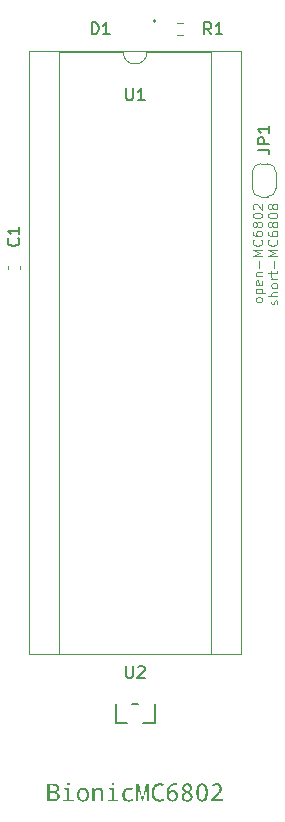
<source format=gbr>
G04 #@! TF.GenerationSoftware,KiCad,Pcbnew,8.0.4+dfsg-1*
G04 #@! TF.CreationDate,2024-12-10T16:40:34+09:00*
G04 #@! TF.ProjectId,bionic-mc6802,62696f6e-6963-42d6-9d63-363830322e6b,5*
G04 #@! TF.SameCoordinates,Original*
G04 #@! TF.FileFunction,Legend,Top*
G04 #@! TF.FilePolarity,Positive*
%FSLAX46Y46*%
G04 Gerber Fmt 4.6, Leading zero omitted, Abs format (unit mm)*
G04 Created by KiCad (PCBNEW 8.0.4+dfsg-1) date 2024-12-10 16:40:34*
%MOMM*%
%LPD*%
G01*
G04 APERTURE LIST*
%ADD10C,0.150000*%
%ADD11C,0.100000*%
%ADD12C,0.120000*%
%ADD13C,0.152400*%
G04 APERTURE END LIST*
D10*
G36*
X106815392Y-135672063D02*
G01*
X106892198Y-135678637D01*
X106974376Y-135692311D01*
X107045659Y-135712297D01*
X107115049Y-135743590D01*
X107140248Y-135759631D01*
X107196027Y-135811219D01*
X107235869Y-135876592D01*
X107259774Y-135955750D01*
X107267618Y-136036321D01*
X107267743Y-136048692D01*
X107259836Y-136126373D01*
X107232873Y-136201904D01*
X107186776Y-136267045D01*
X107130591Y-136314622D01*
X107063243Y-136348819D01*
X106984732Y-136369634D01*
X106967690Y-136372192D01*
X106967690Y-136382450D01*
X107047890Y-136400127D01*
X107117396Y-136425315D01*
X107189241Y-136467361D01*
X107244378Y-136521142D01*
X107282807Y-136586658D01*
X107304528Y-136663909D01*
X107309874Y-136734160D01*
X107305251Y-136807481D01*
X107288168Y-136885274D01*
X107258498Y-136954722D01*
X107216240Y-137015826D01*
X107178350Y-137054362D01*
X107116392Y-137099615D01*
X107045284Y-137133753D01*
X106965024Y-137156776D01*
X106888946Y-137167664D01*
X106820412Y-137170500D01*
X106277460Y-137170500D01*
X106277460Y-137006735D01*
X106470168Y-137006735D01*
X106786340Y-137006735D01*
X106861473Y-137002355D01*
X106941302Y-136984565D01*
X107016436Y-136945152D01*
X107069029Y-136886033D01*
X107099082Y-136807207D01*
X107106909Y-136726466D01*
X107098760Y-136651635D01*
X107067470Y-136578580D01*
X107012713Y-136523788D01*
X106934489Y-136487261D01*
X106851375Y-136470772D01*
X106773151Y-136466714D01*
X106470168Y-136466714D01*
X106470168Y-137006735D01*
X106277460Y-137006735D01*
X106277460Y-136302949D01*
X106470168Y-136302949D01*
X106762526Y-136302949D01*
X106837494Y-136299446D01*
X106915875Y-136285213D01*
X106987454Y-136253683D01*
X106996999Y-136246895D01*
X107044678Y-136189259D01*
X107067115Y-136114589D01*
X107070639Y-136061515D01*
X107061331Y-135985822D01*
X107026331Y-135917465D01*
X106991870Y-135886759D01*
X106919811Y-135854387D01*
X106839926Y-135838824D01*
X106763036Y-135833844D01*
X106742010Y-135833636D01*
X106470168Y-135833636D01*
X106470168Y-136302949D01*
X106277460Y-136302949D01*
X106277460Y-135669871D01*
X106731019Y-135669871D01*
X106815392Y-135672063D01*
G37*
G36*
X108050663Y-135576082D02*
G01*
X108125295Y-135598452D01*
X108158134Y-135665561D01*
X108159840Y-135692952D01*
X108141498Y-135765080D01*
X108127233Y-135781613D01*
X108058869Y-135810301D01*
X108050663Y-135810555D01*
X107979264Y-135791146D01*
X107943080Y-135726832D01*
X107940387Y-135692952D01*
X107958587Y-135617284D01*
X108024817Y-135577908D01*
X108050663Y-135576082D01*
G37*
G36*
X107956141Y-136192307D02*
G01*
X107678803Y-136170691D01*
X107678803Y-136045028D01*
X108143353Y-136045028D01*
X108143353Y-137023221D01*
X108506054Y-137043737D01*
X108506054Y-137170500D01*
X107601500Y-137170500D01*
X107601500Y-137043737D01*
X107956141Y-137023221D01*
X107956141Y-136192307D01*
G37*
G36*
X109375096Y-136027197D02*
G01*
X109450736Y-136044044D01*
X109520657Y-136072122D01*
X109584859Y-136111432D01*
X109643343Y-136161973D01*
X109661567Y-136181316D01*
X109710249Y-136244900D01*
X109748859Y-136315852D01*
X109777396Y-136394171D01*
X109795862Y-136479857D01*
X109803556Y-136556890D01*
X109804815Y-136605566D01*
X109801363Y-136688148D01*
X109791005Y-136765077D01*
X109773742Y-136836354D01*
X109743912Y-136914424D01*
X109704139Y-136984354D01*
X109663399Y-137036410D01*
X109607207Y-137089948D01*
X109544422Y-137132409D01*
X109475041Y-137163793D01*
X109399067Y-137184101D01*
X109316497Y-137193331D01*
X109287509Y-137193947D01*
X109206747Y-137188318D01*
X109131523Y-137171433D01*
X109061838Y-137143290D01*
X108997692Y-137103890D01*
X108939083Y-137053233D01*
X108920778Y-137033846D01*
X108871972Y-136969896D01*
X108833263Y-136898400D01*
X108804652Y-136819355D01*
X108788523Y-136747719D01*
X108779407Y-136670842D01*
X108777163Y-136605566D01*
X108970970Y-136605566D01*
X108973788Y-136682890D01*
X108986310Y-136774157D01*
X109008850Y-136851904D01*
X109051112Y-136930073D01*
X109109027Y-136987115D01*
X109182595Y-137023031D01*
X109271816Y-137037819D01*
X109291539Y-137038242D01*
X109366414Y-137031481D01*
X109445970Y-137004017D01*
X109509926Y-136955425D01*
X109558283Y-136885707D01*
X109585738Y-136814721D01*
X109603209Y-136730214D01*
X109610696Y-136632186D01*
X109611008Y-136605566D01*
X109608181Y-136529028D01*
X109595616Y-136438687D01*
X109572999Y-136361731D01*
X109530591Y-136284356D01*
X109472478Y-136227893D01*
X109398657Y-136192343D01*
X109309131Y-136177704D01*
X109289341Y-136177286D01*
X109214722Y-136183978D01*
X109135441Y-136211164D01*
X109071704Y-136259261D01*
X109023514Y-136328271D01*
X108996154Y-136398536D01*
X108978743Y-136482184D01*
X108971281Y-136579217D01*
X108970970Y-136605566D01*
X108777163Y-136605566D01*
X108780571Y-136523749D01*
X108790795Y-136447514D01*
X108812060Y-136363399D01*
X108843139Y-136287321D01*
X108884033Y-136219280D01*
X108916748Y-136178385D01*
X108972531Y-136125096D01*
X109035193Y-136082833D01*
X109104732Y-136051594D01*
X109181149Y-136031381D01*
X109264444Y-136022194D01*
X109293737Y-136021581D01*
X109375096Y-136027197D01*
G37*
G36*
X110833200Y-137170500D02*
G01*
X110833200Y-136444366D01*
X110827216Y-136367424D01*
X110804238Y-136292308D01*
X110755649Y-136228407D01*
X110683604Y-136190066D01*
X110603181Y-136177547D01*
X110588102Y-136177286D01*
X110513913Y-136183674D01*
X110435088Y-136209628D01*
X110371718Y-136255545D01*
X110323804Y-136321426D01*
X110291347Y-136407271D01*
X110276509Y-136490321D01*
X110271563Y-136586148D01*
X110271563Y-137170500D01*
X110083985Y-137170500D01*
X110083985Y-136045028D01*
X110235293Y-136045028D01*
X110263137Y-136194871D01*
X110273395Y-136194871D01*
X110317951Y-136135980D01*
X110381850Y-136082673D01*
X110458581Y-136045950D01*
X110534564Y-136027673D01*
X110619976Y-136021581D01*
X110713914Y-136028021D01*
X110795327Y-136047341D01*
X110864215Y-136079541D01*
X110932711Y-136137904D01*
X110973418Y-136199084D01*
X111001599Y-136273144D01*
X111017255Y-136360083D01*
X111020778Y-136433741D01*
X111020778Y-137170500D01*
X110833200Y-137170500D01*
G37*
G36*
X111831542Y-135576082D02*
G01*
X111906175Y-135598452D01*
X111939013Y-135665561D01*
X111940719Y-135692952D01*
X111922378Y-135765080D01*
X111908112Y-135781613D01*
X111839748Y-135810301D01*
X111831542Y-135810555D01*
X111760143Y-135791146D01*
X111723959Y-135726832D01*
X111721267Y-135692952D01*
X111739466Y-135617284D01*
X111805696Y-135577908D01*
X111831542Y-135576082D01*
G37*
G36*
X111737020Y-136192307D02*
G01*
X111459683Y-136170691D01*
X111459683Y-136045028D01*
X111924232Y-136045028D01*
X111924232Y-137023221D01*
X112286933Y-137043737D01*
X112286933Y-137170500D01*
X111382380Y-137170500D01*
X111382380Y-137043737D01*
X111737020Y-137023221D01*
X111737020Y-136192307D01*
G37*
G36*
X113532938Y-136082398D02*
G01*
X113469191Y-136245063D01*
X113393948Y-136218937D01*
X113322828Y-136200275D01*
X113247744Y-136188204D01*
X113192952Y-136185346D01*
X113103393Y-136192004D01*
X113025775Y-136211976D01*
X112960099Y-136245264D01*
X112894795Y-136305598D01*
X112855987Y-136368844D01*
X112829119Y-136445406D01*
X112814192Y-136535282D01*
X112810834Y-136611428D01*
X112814102Y-136686264D01*
X112828628Y-136774595D01*
X112854774Y-136849840D01*
X112903799Y-136925493D01*
X112970981Y-136980700D01*
X113056319Y-137015460D01*
X113137664Y-137028546D01*
X113182694Y-137030182D01*
X113264095Y-137026198D01*
X113346367Y-137014245D01*
X113419068Y-136997250D01*
X113492436Y-136974154D01*
X113513521Y-136966435D01*
X113513521Y-137131299D01*
X113440545Y-137158707D01*
X113359739Y-137178285D01*
X113282610Y-137188991D01*
X113199485Y-137193702D01*
X113174634Y-137193947D01*
X113094747Y-137190289D01*
X113020639Y-137179314D01*
X112939336Y-137156486D01*
X112866354Y-137123123D01*
X112801692Y-137079223D01*
X112763207Y-137044104D01*
X112713528Y-136983327D01*
X112674129Y-136913380D01*
X112645007Y-136834263D01*
X112628590Y-136761326D01*
X112619311Y-136682021D01*
X112617027Y-136613992D01*
X112620677Y-136526918D01*
X112631625Y-136446588D01*
X112649871Y-136373002D01*
X112681401Y-136293601D01*
X112723442Y-136223912D01*
X112766504Y-136173256D01*
X112826821Y-136121710D01*
X112895664Y-136080829D01*
X112973035Y-136050613D01*
X113058931Y-136031061D01*
X113137025Y-136022914D01*
X113186724Y-136021581D01*
X113266027Y-136024491D01*
X113343332Y-136033222D01*
X113418638Y-136047773D01*
X113491945Y-136068144D01*
X113532938Y-136082398D01*
G37*
G36*
X114248081Y-137170500D02*
G01*
X113961951Y-135857450D01*
X113953524Y-135851588D01*
X113958907Y-135934059D01*
X113963377Y-136010198D01*
X113967538Y-136093205D01*
X113970384Y-136167094D01*
X113972044Y-136241771D01*
X113972209Y-136269976D01*
X113972209Y-137170500D01*
X113816504Y-137170500D01*
X113816504Y-135669871D01*
X114071127Y-135669871D01*
X114326483Y-136892429D01*
X114332711Y-136892429D01*
X114590265Y-135669871D01*
X114850017Y-135669871D01*
X114850017Y-137170500D01*
X114692114Y-137170500D01*
X114692114Y-136256787D01*
X114693274Y-136182399D01*
X114695778Y-136103464D01*
X114699041Y-136021126D01*
X114702547Y-135942161D01*
X114706769Y-135853786D01*
X114698709Y-135853786D01*
X114407083Y-137170500D01*
X114248081Y-137170500D01*
G37*
G36*
X116118371Y-136965336D02*
G01*
X116118371Y-137132764D01*
X116038847Y-137159531D01*
X115962313Y-137176679D01*
X115879294Y-137187972D01*
X115802971Y-137192991D01*
X115749442Y-137193947D01*
X115672185Y-137190793D01*
X115582182Y-137177979D01*
X115499478Y-137155308D01*
X115424073Y-137122781D01*
X115355967Y-137080397D01*
X115295159Y-137028156D01*
X115262177Y-136992080D01*
X115213521Y-136924855D01*
X115173112Y-136849348D01*
X115140950Y-136765559D01*
X115121157Y-136692563D01*
X115106643Y-136614267D01*
X115097407Y-136530670D01*
X115093448Y-136441773D01*
X115093283Y-136418720D01*
X115096163Y-136331926D01*
X115104801Y-136249780D01*
X115119198Y-136172283D01*
X115139354Y-136099434D01*
X115172647Y-136014909D01*
X115214938Y-135937647D01*
X115266227Y-135867647D01*
X115277565Y-135854519D01*
X115338559Y-135794570D01*
X115406136Y-135744781D01*
X115480296Y-135705154D01*
X115561039Y-135675687D01*
X115648365Y-135656382D01*
X115722966Y-135648253D01*
X115781682Y-135646424D01*
X115864650Y-135649541D01*
X115943472Y-135658892D01*
X116018146Y-135674477D01*
X116088672Y-135696295D01*
X116165711Y-135729630D01*
X116176256Y-135735084D01*
X116096022Y-135895918D01*
X116026634Y-135864512D01*
X115947763Y-135838066D01*
X115869350Y-135821694D01*
X115791394Y-135815397D01*
X115781682Y-135815318D01*
X115701719Y-135821050D01*
X115628066Y-135838244D01*
X115550116Y-135872793D01*
X115480755Y-135922945D01*
X115428140Y-135978350D01*
X115383318Y-136043557D01*
X115347769Y-136116905D01*
X115321494Y-136198392D01*
X115306682Y-136272516D01*
X115298310Y-136352294D01*
X115296249Y-136420185D01*
X115299263Y-136509038D01*
X115308306Y-136591039D01*
X115323378Y-136666188D01*
X115349421Y-136747323D01*
X115384145Y-136818593D01*
X115419714Y-136870447D01*
X115479342Y-136930689D01*
X115549875Y-136976135D01*
X115619010Y-137003311D01*
X115696157Y-137019618D01*
X115781315Y-137025053D01*
X115862189Y-137020329D01*
X115943224Y-137008199D01*
X116021192Y-136991462D01*
X116093269Y-136972567D01*
X116118371Y-136965336D01*
G37*
G36*
X117112832Y-135649155D02*
G01*
X117187344Y-135659243D01*
X117214899Y-135665841D01*
X117214899Y-135825576D01*
X117140812Y-135811639D01*
X117061932Y-135806330D01*
X117043807Y-135806159D01*
X116961285Y-135811234D01*
X116886825Y-135826458D01*
X116810147Y-135857047D01*
X116744443Y-135901451D01*
X116696860Y-135950506D01*
X116651259Y-136021598D01*
X116620210Y-136095426D01*
X116600002Y-136166040D01*
X116584947Y-136244920D01*
X116575044Y-136332063D01*
X116570830Y-136407729D01*
X116583287Y-136407729D01*
X116631851Y-136339493D01*
X116691950Y-136288017D01*
X116763584Y-136253300D01*
X116846754Y-136235343D01*
X116899459Y-136232607D01*
X116983140Y-136238462D01*
X117058511Y-136256029D01*
X117134475Y-136290444D01*
X117199585Y-136340155D01*
X117214166Y-136354973D01*
X117264015Y-136421743D01*
X117295949Y-136489332D01*
X117316979Y-136565478D01*
X117327104Y-136650178D01*
X117328105Y-136689097D01*
X117323739Y-136773534D01*
X117310640Y-136850990D01*
X117288809Y-136921465D01*
X117252301Y-136994863D01*
X117203908Y-137058758D01*
X117145504Y-137111434D01*
X117078966Y-137151172D01*
X117004294Y-137177972D01*
X116921487Y-137191834D01*
X116870516Y-137193947D01*
X116789506Y-137187855D01*
X116714909Y-137169578D01*
X116646727Y-137139117D01*
X116584958Y-137096471D01*
X116529604Y-137041641D01*
X116512579Y-137020657D01*
X116467258Y-136950486D01*
X116431314Y-136870218D01*
X116408524Y-136795614D01*
X116392245Y-136713998D01*
X116385423Y-136652094D01*
X116566800Y-136652094D01*
X116571998Y-136727290D01*
X116590272Y-136805536D01*
X116621702Y-136877059D01*
X116649965Y-136921005D01*
X116701038Y-136975729D01*
X116767370Y-137015528D01*
X116843791Y-137033217D01*
X116868685Y-137034212D01*
X116944848Y-137025411D01*
X117015736Y-136995398D01*
X117073116Y-136944086D01*
X117111949Y-136880352D01*
X117134602Y-136810327D01*
X117145604Y-136728304D01*
X117146755Y-136687998D01*
X117141162Y-136609955D01*
X117121828Y-136535952D01*
X117084609Y-136470004D01*
X117076047Y-136459753D01*
X117014790Y-136411084D01*
X116943702Y-136386203D01*
X116874913Y-136379885D01*
X116797282Y-136388007D01*
X116727881Y-136412372D01*
X116666708Y-136452979D01*
X116655461Y-136463050D01*
X116604983Y-136522745D01*
X116573814Y-136594186D01*
X116566800Y-136652094D01*
X116385423Y-136652094D01*
X116382478Y-136625370D01*
X116379352Y-136549418D01*
X116379222Y-136529728D01*
X116381794Y-136422766D01*
X116389509Y-136322704D01*
X116402367Y-136229543D01*
X116420369Y-136143283D01*
X116443515Y-136063923D01*
X116471803Y-135991465D01*
X116505236Y-135925907D01*
X116565028Y-135840510D01*
X116636393Y-135770639D01*
X116719330Y-135716295D01*
X116813840Y-135677478D01*
X116919923Y-135654188D01*
X116997074Y-135647287D01*
X117037579Y-135646424D01*
X117112832Y-135649155D01*
G37*
G36*
X118193147Y-135651087D02*
G01*
X118265760Y-135665077D01*
X118340247Y-135692486D01*
X118405666Y-135732076D01*
X118420604Y-135743877D01*
X118472055Y-135796885D01*
X118512366Y-135866756D01*
X118532579Y-135937962D01*
X118538207Y-136007293D01*
X118528714Y-136092000D01*
X118500236Y-136169443D01*
X118452774Y-136239622D01*
X118398719Y-136292555D01*
X118331480Y-136340444D01*
X118268196Y-136375123D01*
X118342814Y-136417518D01*
X118407483Y-136462272D01*
X118474329Y-136521530D01*
X118525629Y-136584474D01*
X118561383Y-136651103D01*
X118583769Y-136735922D01*
X118586567Y-136780322D01*
X118580343Y-136858560D01*
X118561673Y-136929787D01*
X118525093Y-137002602D01*
X118472257Y-137066257D01*
X118456507Y-137080740D01*
X118395770Y-137124851D01*
X118327038Y-137158128D01*
X118250312Y-137180570D01*
X118165591Y-137192178D01*
X118113590Y-137193947D01*
X118033623Y-137190199D01*
X117960507Y-137178955D01*
X117883866Y-137156362D01*
X117816552Y-137123566D01*
X117766277Y-137087335D01*
X117711780Y-137028556D01*
X117672854Y-136959199D01*
X117649498Y-136879263D01*
X117641835Y-136800641D01*
X117641713Y-136788748D01*
X117641778Y-136788015D01*
X117824895Y-136788015D01*
X117834890Y-136871684D01*
X117871816Y-136947418D01*
X117935950Y-136999591D01*
X118012577Y-137025557D01*
X118091703Y-137033972D01*
X118109194Y-137034212D01*
X118183080Y-137028909D01*
X118259690Y-137008023D01*
X118326082Y-136967167D01*
X118372965Y-136909242D01*
X118398210Y-136836581D01*
X118403018Y-136779955D01*
X118390606Y-136703239D01*
X118353370Y-136634657D01*
X118338172Y-136616557D01*
X118282854Y-136566922D01*
X118221622Y-136525538D01*
X118155127Y-136488169D01*
X118117620Y-136469278D01*
X118086846Y-136454990D01*
X118011382Y-136495868D01*
X117948708Y-136540878D01*
X117890383Y-136600345D01*
X117850476Y-136665763D01*
X117828988Y-136737131D01*
X117824895Y-136788015D01*
X117641778Y-136788015D01*
X117648806Y-136709014D01*
X117670085Y-136635362D01*
X117705550Y-136567792D01*
X117755200Y-136506304D01*
X117819037Y-136450899D01*
X117897059Y-136401575D01*
X117932240Y-136383549D01*
X117862475Y-136334800D01*
X117804535Y-136282205D01*
X117750615Y-136214014D01*
X117713722Y-136140285D01*
X117693857Y-136061017D01*
X117690841Y-136016452D01*
X117873622Y-136016452D01*
X117883369Y-136091265D01*
X117915446Y-136159593D01*
X117924546Y-136171790D01*
X117980676Y-136223409D01*
X118043931Y-136263279D01*
X118115789Y-136299285D01*
X118184604Y-136264753D01*
X118251786Y-136218591D01*
X118308937Y-136158224D01*
X118343228Y-136090844D01*
X118354658Y-136016452D01*
X118343956Y-135941146D01*
X118305010Y-135874240D01*
X118289812Y-135860015D01*
X118223744Y-135823199D01*
X118145694Y-135807474D01*
X118111392Y-135806159D01*
X118035795Y-135813732D01*
X117963487Y-135841712D01*
X117937736Y-135860015D01*
X117891716Y-135921211D01*
X117874185Y-135997646D01*
X117873622Y-136016452D01*
X117690841Y-136016452D01*
X117690073Y-136005095D01*
X117697561Y-135926922D01*
X117723884Y-135849159D01*
X117769161Y-135782176D01*
X117809874Y-135743511D01*
X117873919Y-135701035D01*
X117945887Y-135670696D01*
X118025777Y-135652492D01*
X118102181Y-135646519D01*
X118113590Y-135646424D01*
X118193147Y-135651087D01*
G37*
G36*
X119457153Y-135653418D02*
G01*
X119534403Y-135674399D01*
X119603435Y-135709369D01*
X119664250Y-135758326D01*
X119716848Y-135821270D01*
X119732554Y-135845360D01*
X119767806Y-135911839D01*
X119797083Y-135986940D01*
X119820385Y-136070663D01*
X119834725Y-136143850D01*
X119845240Y-136222556D01*
X119851932Y-136306779D01*
X119854800Y-136396521D01*
X119854920Y-136419819D01*
X119853032Y-136513561D01*
X119847369Y-136601255D01*
X119837931Y-136682902D01*
X119824718Y-136758500D01*
X119797819Y-136860558D01*
X119762426Y-136949008D01*
X119718538Y-137023850D01*
X119666156Y-137085085D01*
X119605280Y-137132712D01*
X119535910Y-137166731D01*
X119458045Y-137187143D01*
X119371685Y-137193947D01*
X119287227Y-137186953D01*
X119210806Y-137165971D01*
X119142421Y-137131002D01*
X119082074Y-137082045D01*
X119029764Y-137019101D01*
X119014114Y-136995011D01*
X118979073Y-136928514D01*
X118949971Y-136853360D01*
X118926809Y-136769547D01*
X118912555Y-136696262D01*
X118902102Y-136617437D01*
X118895450Y-136533070D01*
X118892600Y-136443162D01*
X118892481Y-136419819D01*
X118892496Y-136419086D01*
X119083357Y-136419086D01*
X119084444Y-136498015D01*
X119087707Y-136571219D01*
X119094845Y-136654674D01*
X119105381Y-136729185D01*
X119122512Y-136806791D01*
X119148683Y-136881053D01*
X119152966Y-136890231D01*
X119192739Y-136953223D01*
X119249363Y-137002576D01*
X119318564Y-137029150D01*
X119371685Y-137034212D01*
X119450627Y-137022794D01*
X119516817Y-136988540D01*
X119570256Y-136931449D01*
X119594435Y-136889864D01*
X119622129Y-136817874D01*
X119640453Y-136742355D01*
X119651905Y-136669681D01*
X119659887Y-136588152D01*
X119664399Y-136497769D01*
X119665509Y-136419086D01*
X119664399Y-136340925D01*
X119659887Y-136251112D01*
X119651905Y-136170065D01*
X119637746Y-136084378D01*
X119618589Y-136011314D01*
X119594435Y-135950873D01*
X119553860Y-135887561D01*
X119496170Y-135837956D01*
X119425730Y-135811247D01*
X119371685Y-135806159D01*
X119294099Y-135817519D01*
X119229091Y-135851600D01*
X119176660Y-135908400D01*
X119152966Y-135949774D01*
X119125843Y-136021193D01*
X119107897Y-136096335D01*
X119096680Y-136168772D01*
X119088863Y-136250136D01*
X119084444Y-136340427D01*
X119083357Y-136419086D01*
X118892496Y-136419086D01*
X118894353Y-136326166D01*
X118899968Y-136238555D01*
X118909328Y-136156986D01*
X118922431Y-136081459D01*
X118949106Y-135979498D01*
X118984204Y-135891131D01*
X119027725Y-135816360D01*
X119079670Y-135755183D01*
X119140039Y-135707601D01*
X119208831Y-135673614D01*
X119286046Y-135653222D01*
X119371685Y-135646424D01*
X119457153Y-135653418D01*
G37*
G36*
X121103123Y-137170500D02*
G01*
X120164131Y-137170500D01*
X120164131Y-137009666D01*
X120525000Y-136618389D01*
X120584395Y-136552652D01*
X120637099Y-136492372D01*
X120691513Y-136427238D01*
X120742819Y-136361178D01*
X120785397Y-136298776D01*
X120789515Y-136291958D01*
X120823325Y-136222721D01*
X120844613Y-136149190D01*
X120853378Y-136071367D01*
X120853629Y-136055287D01*
X120845880Y-135981704D01*
X120816740Y-135909588D01*
X120788050Y-135873204D01*
X120727446Y-135829795D01*
X120651605Y-135808516D01*
X120611462Y-135806159D01*
X120529167Y-135814906D01*
X120457385Y-135836910D01*
X120385813Y-135872308D01*
X120324633Y-135913309D01*
X120283932Y-135946110D01*
X120178786Y-135823378D01*
X120241567Y-135772400D01*
X120306262Y-135730063D01*
X120372871Y-135696365D01*
X120455329Y-135667334D01*
X120540543Y-135650744D01*
X120613660Y-135646424D01*
X120696983Y-135651631D01*
X120772242Y-135667251D01*
X120848377Y-135697854D01*
X120913979Y-135742058D01*
X120928733Y-135755234D01*
X120979223Y-135814333D01*
X121015287Y-135882821D01*
X121036925Y-135960696D01*
X121044026Y-136036538D01*
X121044138Y-136047959D01*
X121038199Y-136125046D01*
X121020382Y-136203349D01*
X120994190Y-136274862D01*
X120983322Y-136298919D01*
X120941785Y-136371070D01*
X120896027Y-136435732D01*
X120848332Y-136496523D01*
X120791942Y-136563594D01*
X120740571Y-136621772D01*
X120683636Y-136683968D01*
X120394208Y-136991347D01*
X120394208Y-136999407D01*
X121103123Y-136999407D01*
X121103123Y-137170500D01*
G37*
D11*
X124469918Y-94753553D02*
X124431823Y-94829743D01*
X124431823Y-94829743D02*
X124393727Y-94867838D01*
X124393727Y-94867838D02*
X124317537Y-94905934D01*
X124317537Y-94905934D02*
X124088965Y-94905934D01*
X124088965Y-94905934D02*
X124012775Y-94867838D01*
X124012775Y-94867838D02*
X123974680Y-94829743D01*
X123974680Y-94829743D02*
X123936584Y-94753553D01*
X123936584Y-94753553D02*
X123936584Y-94639267D01*
X123936584Y-94639267D02*
X123974680Y-94563076D01*
X123974680Y-94563076D02*
X124012775Y-94524981D01*
X124012775Y-94524981D02*
X124088965Y-94486886D01*
X124088965Y-94486886D02*
X124317537Y-94486886D01*
X124317537Y-94486886D02*
X124393727Y-94524981D01*
X124393727Y-94524981D02*
X124431823Y-94563076D01*
X124431823Y-94563076D02*
X124469918Y-94639267D01*
X124469918Y-94639267D02*
X124469918Y-94753553D01*
X123936584Y-94144028D02*
X124736584Y-94144028D01*
X123974680Y-94144028D02*
X123936584Y-94067838D01*
X123936584Y-94067838D02*
X123936584Y-93915457D01*
X123936584Y-93915457D02*
X123974680Y-93839266D01*
X123974680Y-93839266D02*
X124012775Y-93801171D01*
X124012775Y-93801171D02*
X124088965Y-93763076D01*
X124088965Y-93763076D02*
X124317537Y-93763076D01*
X124317537Y-93763076D02*
X124393727Y-93801171D01*
X124393727Y-93801171D02*
X124431823Y-93839266D01*
X124431823Y-93839266D02*
X124469918Y-93915457D01*
X124469918Y-93915457D02*
X124469918Y-94067838D01*
X124469918Y-94067838D02*
X124431823Y-94144028D01*
X124431823Y-93115456D02*
X124469918Y-93191647D01*
X124469918Y-93191647D02*
X124469918Y-93344028D01*
X124469918Y-93344028D02*
X124431823Y-93420218D01*
X124431823Y-93420218D02*
X124355632Y-93458314D01*
X124355632Y-93458314D02*
X124050870Y-93458314D01*
X124050870Y-93458314D02*
X123974680Y-93420218D01*
X123974680Y-93420218D02*
X123936584Y-93344028D01*
X123936584Y-93344028D02*
X123936584Y-93191647D01*
X123936584Y-93191647D02*
X123974680Y-93115456D01*
X123974680Y-93115456D02*
X124050870Y-93077361D01*
X124050870Y-93077361D02*
X124127061Y-93077361D01*
X124127061Y-93077361D02*
X124203251Y-93458314D01*
X123936584Y-92734504D02*
X124469918Y-92734504D01*
X124012775Y-92734504D02*
X123974680Y-92696409D01*
X123974680Y-92696409D02*
X123936584Y-92620219D01*
X123936584Y-92620219D02*
X123936584Y-92505933D01*
X123936584Y-92505933D02*
X123974680Y-92429742D01*
X123974680Y-92429742D02*
X124050870Y-92391647D01*
X124050870Y-92391647D02*
X124469918Y-92391647D01*
X124165156Y-92010694D02*
X124165156Y-91401171D01*
X124469918Y-91020218D02*
X123669918Y-91020218D01*
X123669918Y-91020218D02*
X124241346Y-90753552D01*
X124241346Y-90753552D02*
X123669918Y-90486885D01*
X123669918Y-90486885D02*
X124469918Y-90486885D01*
X124393727Y-89648789D02*
X124431823Y-89686885D01*
X124431823Y-89686885D02*
X124469918Y-89801170D01*
X124469918Y-89801170D02*
X124469918Y-89877361D01*
X124469918Y-89877361D02*
X124431823Y-89991647D01*
X124431823Y-89991647D02*
X124355632Y-90067837D01*
X124355632Y-90067837D02*
X124279442Y-90105932D01*
X124279442Y-90105932D02*
X124127061Y-90144028D01*
X124127061Y-90144028D02*
X124012775Y-90144028D01*
X124012775Y-90144028D02*
X123860394Y-90105932D01*
X123860394Y-90105932D02*
X123784203Y-90067837D01*
X123784203Y-90067837D02*
X123708013Y-89991647D01*
X123708013Y-89991647D02*
X123669918Y-89877361D01*
X123669918Y-89877361D02*
X123669918Y-89801170D01*
X123669918Y-89801170D02*
X123708013Y-89686885D01*
X123708013Y-89686885D02*
X123746108Y-89648789D01*
X123669918Y-88963075D02*
X123669918Y-89115456D01*
X123669918Y-89115456D02*
X123708013Y-89191647D01*
X123708013Y-89191647D02*
X123746108Y-89229742D01*
X123746108Y-89229742D02*
X123860394Y-89305932D01*
X123860394Y-89305932D02*
X124012775Y-89344028D01*
X124012775Y-89344028D02*
X124317537Y-89344028D01*
X124317537Y-89344028D02*
X124393727Y-89305932D01*
X124393727Y-89305932D02*
X124431823Y-89267837D01*
X124431823Y-89267837D02*
X124469918Y-89191647D01*
X124469918Y-89191647D02*
X124469918Y-89039266D01*
X124469918Y-89039266D02*
X124431823Y-88963075D01*
X124431823Y-88963075D02*
X124393727Y-88924980D01*
X124393727Y-88924980D02*
X124317537Y-88886885D01*
X124317537Y-88886885D02*
X124127061Y-88886885D01*
X124127061Y-88886885D02*
X124050870Y-88924980D01*
X124050870Y-88924980D02*
X124012775Y-88963075D01*
X124012775Y-88963075D02*
X123974680Y-89039266D01*
X123974680Y-89039266D02*
X123974680Y-89191647D01*
X123974680Y-89191647D02*
X124012775Y-89267837D01*
X124012775Y-89267837D02*
X124050870Y-89305932D01*
X124050870Y-89305932D02*
X124127061Y-89344028D01*
X124012775Y-88429742D02*
X123974680Y-88505932D01*
X123974680Y-88505932D02*
X123936584Y-88544027D01*
X123936584Y-88544027D02*
X123860394Y-88582123D01*
X123860394Y-88582123D02*
X123822299Y-88582123D01*
X123822299Y-88582123D02*
X123746108Y-88544027D01*
X123746108Y-88544027D02*
X123708013Y-88505932D01*
X123708013Y-88505932D02*
X123669918Y-88429742D01*
X123669918Y-88429742D02*
X123669918Y-88277361D01*
X123669918Y-88277361D02*
X123708013Y-88201170D01*
X123708013Y-88201170D02*
X123746108Y-88163075D01*
X123746108Y-88163075D02*
X123822299Y-88124980D01*
X123822299Y-88124980D02*
X123860394Y-88124980D01*
X123860394Y-88124980D02*
X123936584Y-88163075D01*
X123936584Y-88163075D02*
X123974680Y-88201170D01*
X123974680Y-88201170D02*
X124012775Y-88277361D01*
X124012775Y-88277361D02*
X124012775Y-88429742D01*
X124012775Y-88429742D02*
X124050870Y-88505932D01*
X124050870Y-88505932D02*
X124088965Y-88544027D01*
X124088965Y-88544027D02*
X124165156Y-88582123D01*
X124165156Y-88582123D02*
X124317537Y-88582123D01*
X124317537Y-88582123D02*
X124393727Y-88544027D01*
X124393727Y-88544027D02*
X124431823Y-88505932D01*
X124431823Y-88505932D02*
X124469918Y-88429742D01*
X124469918Y-88429742D02*
X124469918Y-88277361D01*
X124469918Y-88277361D02*
X124431823Y-88201170D01*
X124431823Y-88201170D02*
X124393727Y-88163075D01*
X124393727Y-88163075D02*
X124317537Y-88124980D01*
X124317537Y-88124980D02*
X124165156Y-88124980D01*
X124165156Y-88124980D02*
X124088965Y-88163075D01*
X124088965Y-88163075D02*
X124050870Y-88201170D01*
X124050870Y-88201170D02*
X124012775Y-88277361D01*
X123669918Y-87629741D02*
X123669918Y-87553551D01*
X123669918Y-87553551D02*
X123708013Y-87477360D01*
X123708013Y-87477360D02*
X123746108Y-87439265D01*
X123746108Y-87439265D02*
X123822299Y-87401170D01*
X123822299Y-87401170D02*
X123974680Y-87363075D01*
X123974680Y-87363075D02*
X124165156Y-87363075D01*
X124165156Y-87363075D02*
X124317537Y-87401170D01*
X124317537Y-87401170D02*
X124393727Y-87439265D01*
X124393727Y-87439265D02*
X124431823Y-87477360D01*
X124431823Y-87477360D02*
X124469918Y-87553551D01*
X124469918Y-87553551D02*
X124469918Y-87629741D01*
X124469918Y-87629741D02*
X124431823Y-87705932D01*
X124431823Y-87705932D02*
X124393727Y-87744027D01*
X124393727Y-87744027D02*
X124317537Y-87782122D01*
X124317537Y-87782122D02*
X124165156Y-87820218D01*
X124165156Y-87820218D02*
X123974680Y-87820218D01*
X123974680Y-87820218D02*
X123822299Y-87782122D01*
X123822299Y-87782122D02*
X123746108Y-87744027D01*
X123746108Y-87744027D02*
X123708013Y-87705932D01*
X123708013Y-87705932D02*
X123669918Y-87629741D01*
X123746108Y-87058313D02*
X123708013Y-87020217D01*
X123708013Y-87020217D02*
X123669918Y-86944027D01*
X123669918Y-86944027D02*
X123669918Y-86753551D01*
X123669918Y-86753551D02*
X123708013Y-86677360D01*
X123708013Y-86677360D02*
X123746108Y-86639265D01*
X123746108Y-86639265D02*
X123822299Y-86601170D01*
X123822299Y-86601170D02*
X123898489Y-86601170D01*
X123898489Y-86601170D02*
X124012775Y-86639265D01*
X124012775Y-86639265D02*
X124469918Y-87096408D01*
X124469918Y-87096408D02*
X124469918Y-86601170D01*
X125719778Y-95096410D02*
X125757873Y-95020219D01*
X125757873Y-95020219D02*
X125757873Y-94867838D01*
X125757873Y-94867838D02*
X125719778Y-94791648D01*
X125719778Y-94791648D02*
X125643587Y-94753552D01*
X125643587Y-94753552D02*
X125605492Y-94753552D01*
X125605492Y-94753552D02*
X125529301Y-94791648D01*
X125529301Y-94791648D02*
X125491206Y-94867838D01*
X125491206Y-94867838D02*
X125491206Y-94982124D01*
X125491206Y-94982124D02*
X125453111Y-95058314D01*
X125453111Y-95058314D02*
X125376920Y-95096410D01*
X125376920Y-95096410D02*
X125338825Y-95096410D01*
X125338825Y-95096410D02*
X125262635Y-95058314D01*
X125262635Y-95058314D02*
X125224539Y-94982124D01*
X125224539Y-94982124D02*
X125224539Y-94867838D01*
X125224539Y-94867838D02*
X125262635Y-94791648D01*
X125757873Y-94410695D02*
X124957873Y-94410695D01*
X125757873Y-94067838D02*
X125338825Y-94067838D01*
X125338825Y-94067838D02*
X125262635Y-94105933D01*
X125262635Y-94105933D02*
X125224539Y-94182124D01*
X125224539Y-94182124D02*
X125224539Y-94296410D01*
X125224539Y-94296410D02*
X125262635Y-94372600D01*
X125262635Y-94372600D02*
X125300730Y-94410695D01*
X125757873Y-93572600D02*
X125719778Y-93648790D01*
X125719778Y-93648790D02*
X125681682Y-93686885D01*
X125681682Y-93686885D02*
X125605492Y-93724981D01*
X125605492Y-93724981D02*
X125376920Y-93724981D01*
X125376920Y-93724981D02*
X125300730Y-93686885D01*
X125300730Y-93686885D02*
X125262635Y-93648790D01*
X125262635Y-93648790D02*
X125224539Y-93572600D01*
X125224539Y-93572600D02*
X125224539Y-93458314D01*
X125224539Y-93458314D02*
X125262635Y-93382123D01*
X125262635Y-93382123D02*
X125300730Y-93344028D01*
X125300730Y-93344028D02*
X125376920Y-93305933D01*
X125376920Y-93305933D02*
X125605492Y-93305933D01*
X125605492Y-93305933D02*
X125681682Y-93344028D01*
X125681682Y-93344028D02*
X125719778Y-93382123D01*
X125719778Y-93382123D02*
X125757873Y-93458314D01*
X125757873Y-93458314D02*
X125757873Y-93572600D01*
X125757873Y-92963075D02*
X125224539Y-92963075D01*
X125376920Y-92963075D02*
X125300730Y-92924980D01*
X125300730Y-92924980D02*
X125262635Y-92886885D01*
X125262635Y-92886885D02*
X125224539Y-92810694D01*
X125224539Y-92810694D02*
X125224539Y-92734504D01*
X125224539Y-92582123D02*
X125224539Y-92277361D01*
X124957873Y-92467837D02*
X125643587Y-92467837D01*
X125643587Y-92467837D02*
X125719778Y-92429742D01*
X125719778Y-92429742D02*
X125757873Y-92353552D01*
X125757873Y-92353552D02*
X125757873Y-92277361D01*
X125453111Y-92010694D02*
X125453111Y-91401171D01*
X125757873Y-91020218D02*
X124957873Y-91020218D01*
X124957873Y-91020218D02*
X125529301Y-90753552D01*
X125529301Y-90753552D02*
X124957873Y-90486885D01*
X124957873Y-90486885D02*
X125757873Y-90486885D01*
X125681682Y-89648789D02*
X125719778Y-89686885D01*
X125719778Y-89686885D02*
X125757873Y-89801170D01*
X125757873Y-89801170D02*
X125757873Y-89877361D01*
X125757873Y-89877361D02*
X125719778Y-89991647D01*
X125719778Y-89991647D02*
X125643587Y-90067837D01*
X125643587Y-90067837D02*
X125567397Y-90105932D01*
X125567397Y-90105932D02*
X125415016Y-90144028D01*
X125415016Y-90144028D02*
X125300730Y-90144028D01*
X125300730Y-90144028D02*
X125148349Y-90105932D01*
X125148349Y-90105932D02*
X125072158Y-90067837D01*
X125072158Y-90067837D02*
X124995968Y-89991647D01*
X124995968Y-89991647D02*
X124957873Y-89877361D01*
X124957873Y-89877361D02*
X124957873Y-89801170D01*
X124957873Y-89801170D02*
X124995968Y-89686885D01*
X124995968Y-89686885D02*
X125034063Y-89648789D01*
X124957873Y-88963075D02*
X124957873Y-89115456D01*
X124957873Y-89115456D02*
X124995968Y-89191647D01*
X124995968Y-89191647D02*
X125034063Y-89229742D01*
X125034063Y-89229742D02*
X125148349Y-89305932D01*
X125148349Y-89305932D02*
X125300730Y-89344028D01*
X125300730Y-89344028D02*
X125605492Y-89344028D01*
X125605492Y-89344028D02*
X125681682Y-89305932D01*
X125681682Y-89305932D02*
X125719778Y-89267837D01*
X125719778Y-89267837D02*
X125757873Y-89191647D01*
X125757873Y-89191647D02*
X125757873Y-89039266D01*
X125757873Y-89039266D02*
X125719778Y-88963075D01*
X125719778Y-88963075D02*
X125681682Y-88924980D01*
X125681682Y-88924980D02*
X125605492Y-88886885D01*
X125605492Y-88886885D02*
X125415016Y-88886885D01*
X125415016Y-88886885D02*
X125338825Y-88924980D01*
X125338825Y-88924980D02*
X125300730Y-88963075D01*
X125300730Y-88963075D02*
X125262635Y-89039266D01*
X125262635Y-89039266D02*
X125262635Y-89191647D01*
X125262635Y-89191647D02*
X125300730Y-89267837D01*
X125300730Y-89267837D02*
X125338825Y-89305932D01*
X125338825Y-89305932D02*
X125415016Y-89344028D01*
X125300730Y-88429742D02*
X125262635Y-88505932D01*
X125262635Y-88505932D02*
X125224539Y-88544027D01*
X125224539Y-88544027D02*
X125148349Y-88582123D01*
X125148349Y-88582123D02*
X125110254Y-88582123D01*
X125110254Y-88582123D02*
X125034063Y-88544027D01*
X125034063Y-88544027D02*
X124995968Y-88505932D01*
X124995968Y-88505932D02*
X124957873Y-88429742D01*
X124957873Y-88429742D02*
X124957873Y-88277361D01*
X124957873Y-88277361D02*
X124995968Y-88201170D01*
X124995968Y-88201170D02*
X125034063Y-88163075D01*
X125034063Y-88163075D02*
X125110254Y-88124980D01*
X125110254Y-88124980D02*
X125148349Y-88124980D01*
X125148349Y-88124980D02*
X125224539Y-88163075D01*
X125224539Y-88163075D02*
X125262635Y-88201170D01*
X125262635Y-88201170D02*
X125300730Y-88277361D01*
X125300730Y-88277361D02*
X125300730Y-88429742D01*
X125300730Y-88429742D02*
X125338825Y-88505932D01*
X125338825Y-88505932D02*
X125376920Y-88544027D01*
X125376920Y-88544027D02*
X125453111Y-88582123D01*
X125453111Y-88582123D02*
X125605492Y-88582123D01*
X125605492Y-88582123D02*
X125681682Y-88544027D01*
X125681682Y-88544027D02*
X125719778Y-88505932D01*
X125719778Y-88505932D02*
X125757873Y-88429742D01*
X125757873Y-88429742D02*
X125757873Y-88277361D01*
X125757873Y-88277361D02*
X125719778Y-88201170D01*
X125719778Y-88201170D02*
X125681682Y-88163075D01*
X125681682Y-88163075D02*
X125605492Y-88124980D01*
X125605492Y-88124980D02*
X125453111Y-88124980D01*
X125453111Y-88124980D02*
X125376920Y-88163075D01*
X125376920Y-88163075D02*
X125338825Y-88201170D01*
X125338825Y-88201170D02*
X125300730Y-88277361D01*
X124957873Y-87629741D02*
X124957873Y-87553551D01*
X124957873Y-87553551D02*
X124995968Y-87477360D01*
X124995968Y-87477360D02*
X125034063Y-87439265D01*
X125034063Y-87439265D02*
X125110254Y-87401170D01*
X125110254Y-87401170D02*
X125262635Y-87363075D01*
X125262635Y-87363075D02*
X125453111Y-87363075D01*
X125453111Y-87363075D02*
X125605492Y-87401170D01*
X125605492Y-87401170D02*
X125681682Y-87439265D01*
X125681682Y-87439265D02*
X125719778Y-87477360D01*
X125719778Y-87477360D02*
X125757873Y-87553551D01*
X125757873Y-87553551D02*
X125757873Y-87629741D01*
X125757873Y-87629741D02*
X125719778Y-87705932D01*
X125719778Y-87705932D02*
X125681682Y-87744027D01*
X125681682Y-87744027D02*
X125605492Y-87782122D01*
X125605492Y-87782122D02*
X125453111Y-87820218D01*
X125453111Y-87820218D02*
X125262635Y-87820218D01*
X125262635Y-87820218D02*
X125110254Y-87782122D01*
X125110254Y-87782122D02*
X125034063Y-87744027D01*
X125034063Y-87744027D02*
X124995968Y-87705932D01*
X124995968Y-87705932D02*
X124957873Y-87629741D01*
X125300730Y-86905932D02*
X125262635Y-86982122D01*
X125262635Y-86982122D02*
X125224539Y-87020217D01*
X125224539Y-87020217D02*
X125148349Y-87058313D01*
X125148349Y-87058313D02*
X125110254Y-87058313D01*
X125110254Y-87058313D02*
X125034063Y-87020217D01*
X125034063Y-87020217D02*
X124995968Y-86982122D01*
X124995968Y-86982122D02*
X124957873Y-86905932D01*
X124957873Y-86905932D02*
X124957873Y-86753551D01*
X124957873Y-86753551D02*
X124995968Y-86677360D01*
X124995968Y-86677360D02*
X125034063Y-86639265D01*
X125034063Y-86639265D02*
X125110254Y-86601170D01*
X125110254Y-86601170D02*
X125148349Y-86601170D01*
X125148349Y-86601170D02*
X125224539Y-86639265D01*
X125224539Y-86639265D02*
X125262635Y-86677360D01*
X125262635Y-86677360D02*
X125300730Y-86753551D01*
X125300730Y-86753551D02*
X125300730Y-86905932D01*
X125300730Y-86905932D02*
X125338825Y-86982122D01*
X125338825Y-86982122D02*
X125376920Y-87020217D01*
X125376920Y-87020217D02*
X125453111Y-87058313D01*
X125453111Y-87058313D02*
X125605492Y-87058313D01*
X125605492Y-87058313D02*
X125681682Y-87020217D01*
X125681682Y-87020217D02*
X125719778Y-86982122D01*
X125719778Y-86982122D02*
X125757873Y-86905932D01*
X125757873Y-86905932D02*
X125757873Y-86753551D01*
X125757873Y-86753551D02*
X125719778Y-86677360D01*
X125719778Y-86677360D02*
X125681682Y-86639265D01*
X125681682Y-86639265D02*
X125605492Y-86601170D01*
X125605492Y-86601170D02*
X125453111Y-86601170D01*
X125453111Y-86601170D02*
X125376920Y-86639265D01*
X125376920Y-86639265D02*
X125338825Y-86677360D01*
X125338825Y-86677360D02*
X125300730Y-86753551D01*
D10*
X112938095Y-76820819D02*
X112938095Y-77630342D01*
X112938095Y-77630342D02*
X112985714Y-77725580D01*
X112985714Y-77725580D02*
X113033333Y-77773200D01*
X113033333Y-77773200D02*
X113128571Y-77820819D01*
X113128571Y-77820819D02*
X113319047Y-77820819D01*
X113319047Y-77820819D02*
X113414285Y-77773200D01*
X113414285Y-77773200D02*
X113461904Y-77725580D01*
X113461904Y-77725580D02*
X113509523Y-77630342D01*
X113509523Y-77630342D02*
X113509523Y-76820819D01*
X114509523Y-77820819D02*
X113938095Y-77820819D01*
X114223809Y-77820819D02*
X114223809Y-76820819D01*
X114223809Y-76820819D02*
X114128571Y-76963676D01*
X114128571Y-76963676D02*
X114033333Y-77058914D01*
X114033333Y-77058914D02*
X113938095Y-77106533D01*
X103818780Y-89523666D02*
X103866400Y-89571285D01*
X103866400Y-89571285D02*
X103914019Y-89714142D01*
X103914019Y-89714142D02*
X103914019Y-89809380D01*
X103914019Y-89809380D02*
X103866400Y-89952237D01*
X103866400Y-89952237D02*
X103771161Y-90047475D01*
X103771161Y-90047475D02*
X103675923Y-90095094D01*
X103675923Y-90095094D02*
X103485447Y-90142713D01*
X103485447Y-90142713D02*
X103342590Y-90142713D01*
X103342590Y-90142713D02*
X103152114Y-90095094D01*
X103152114Y-90095094D02*
X103056876Y-90047475D01*
X103056876Y-90047475D02*
X102961638Y-89952237D01*
X102961638Y-89952237D02*
X102914019Y-89809380D01*
X102914019Y-89809380D02*
X102914019Y-89714142D01*
X102914019Y-89714142D02*
X102961638Y-89571285D01*
X102961638Y-89571285D02*
X103009257Y-89523666D01*
X103914019Y-88571285D02*
X103914019Y-89142713D01*
X103914019Y-88856999D02*
X102914019Y-88856999D01*
X102914019Y-88856999D02*
X103056876Y-88952237D01*
X103056876Y-88952237D02*
X103152114Y-89047475D01*
X103152114Y-89047475D02*
X103199733Y-89142713D01*
X112938095Y-125740419D02*
X112938095Y-126549942D01*
X112938095Y-126549942D02*
X112985714Y-126645180D01*
X112985714Y-126645180D02*
X113033333Y-126692800D01*
X113033333Y-126692800D02*
X113128571Y-126740419D01*
X113128571Y-126740419D02*
X113319047Y-126740419D01*
X113319047Y-126740419D02*
X113414285Y-126692800D01*
X113414285Y-126692800D02*
X113461904Y-126645180D01*
X113461904Y-126645180D02*
X113509523Y-126549942D01*
X113509523Y-126549942D02*
X113509523Y-125740419D01*
X113938095Y-125835657D02*
X113985714Y-125788038D01*
X113985714Y-125788038D02*
X114080952Y-125740419D01*
X114080952Y-125740419D02*
X114319047Y-125740419D01*
X114319047Y-125740419D02*
X114414285Y-125788038D01*
X114414285Y-125788038D02*
X114461904Y-125835657D01*
X114461904Y-125835657D02*
X114509523Y-125930895D01*
X114509523Y-125930895D02*
X114509523Y-126026133D01*
X114509523Y-126026133D02*
X114461904Y-126168990D01*
X114461904Y-126168990D02*
X113890476Y-126740419D01*
X113890476Y-126740419D02*
X114509523Y-126740419D01*
X120137333Y-72232819D02*
X119804000Y-71756628D01*
X119565905Y-72232819D02*
X119565905Y-71232819D01*
X119565905Y-71232819D02*
X119946857Y-71232819D01*
X119946857Y-71232819D02*
X120042095Y-71280438D01*
X120042095Y-71280438D02*
X120089714Y-71328057D01*
X120089714Y-71328057D02*
X120137333Y-71423295D01*
X120137333Y-71423295D02*
X120137333Y-71566152D01*
X120137333Y-71566152D02*
X120089714Y-71661390D01*
X120089714Y-71661390D02*
X120042095Y-71709009D01*
X120042095Y-71709009D02*
X119946857Y-71756628D01*
X119946857Y-71756628D02*
X119565905Y-71756628D01*
X121089714Y-72232819D02*
X120518286Y-72232819D01*
X120804000Y-72232819D02*
X120804000Y-71232819D01*
X120804000Y-71232819D02*
X120708762Y-71375676D01*
X120708762Y-71375676D02*
X120613524Y-71470914D01*
X120613524Y-71470914D02*
X120518286Y-71518533D01*
X124076819Y-82009333D02*
X124791104Y-82009333D01*
X124791104Y-82009333D02*
X124933961Y-82056952D01*
X124933961Y-82056952D02*
X125029200Y-82152190D01*
X125029200Y-82152190D02*
X125076819Y-82295047D01*
X125076819Y-82295047D02*
X125076819Y-82390285D01*
X125076819Y-81533142D02*
X124076819Y-81533142D01*
X124076819Y-81533142D02*
X124076819Y-81152190D01*
X124076819Y-81152190D02*
X124124438Y-81056952D01*
X124124438Y-81056952D02*
X124172057Y-81009333D01*
X124172057Y-81009333D02*
X124267295Y-80961714D01*
X124267295Y-80961714D02*
X124410152Y-80961714D01*
X124410152Y-80961714D02*
X124505390Y-81009333D01*
X124505390Y-81009333D02*
X124553009Y-81056952D01*
X124553009Y-81056952D02*
X124600628Y-81152190D01*
X124600628Y-81152190D02*
X124600628Y-81533142D01*
X125076819Y-80009333D02*
X125076819Y-80580761D01*
X125076819Y-80295047D02*
X124076819Y-80295047D01*
X124076819Y-80295047D02*
X124219676Y-80390285D01*
X124219676Y-80390285D02*
X124314914Y-80485523D01*
X124314914Y-80485523D02*
X124362533Y-80580761D01*
X110040905Y-72232819D02*
X110040905Y-71232819D01*
X110040905Y-71232819D02*
X110279000Y-71232819D01*
X110279000Y-71232819D02*
X110421857Y-71280438D01*
X110421857Y-71280438D02*
X110517095Y-71375676D01*
X110517095Y-71375676D02*
X110564714Y-71470914D01*
X110564714Y-71470914D02*
X110612333Y-71661390D01*
X110612333Y-71661390D02*
X110612333Y-71804247D01*
X110612333Y-71804247D02*
X110564714Y-71994723D01*
X110564714Y-71994723D02*
X110517095Y-72089961D01*
X110517095Y-72089961D02*
X110421857Y-72185200D01*
X110421857Y-72185200D02*
X110279000Y-72232819D01*
X110279000Y-72232819D02*
X110040905Y-72232819D01*
X111564714Y-72232819D02*
X110993286Y-72232819D01*
X111279000Y-72232819D02*
X111279000Y-71232819D01*
X111279000Y-71232819D02*
X111183762Y-71375676D01*
X111183762Y-71375676D02*
X111088524Y-71470914D01*
X111088524Y-71470914D02*
X110993286Y-71518533D01*
D12*
X104750000Y-73690000D02*
X104750000Y-124730000D01*
X104750000Y-124730000D02*
X122650000Y-124730000D01*
X107240000Y-73750000D02*
X107240000Y-124670000D01*
X107240000Y-124670000D02*
X120160000Y-124670000D01*
X112700000Y-73750000D02*
X107240000Y-73750000D01*
X120160000Y-73750000D02*
X114700000Y-73750000D01*
X120160000Y-124670000D02*
X120160000Y-73750000D01*
X122650000Y-73690000D02*
X104750000Y-73690000D01*
X122650000Y-124730000D02*
X122650000Y-73690000D01*
X114700000Y-73750000D02*
G75*
G02*
X112700000Y-73750000I-1000000J0D01*
G01*
X102979200Y-92143767D02*
X102979200Y-91851233D01*
X103999200Y-92143767D02*
X103999200Y-91851233D01*
D13*
X112048000Y-128913000D02*
X112048000Y-130567000D01*
X112048000Y-130567000D02*
X113037060Y-130567000D01*
X113987061Y-128913000D02*
X113412939Y-128913000D01*
X114362940Y-130567000D02*
X115352000Y-130567000D01*
X115352000Y-130567000D02*
X115352000Y-128913000D01*
D12*
X117255276Y-71255500D02*
X117764724Y-71255500D01*
X117255276Y-72300500D02*
X117764724Y-72300500D01*
X123622000Y-85290000D02*
X123622000Y-83890000D01*
X124322000Y-83190000D02*
X124922000Y-83190000D01*
X124922000Y-85990000D02*
X124322000Y-85990000D01*
X125622000Y-83890000D02*
X125622000Y-85290000D01*
X123622000Y-83890000D02*
G75*
G02*
X124322000Y-83190000I700000J0D01*
G01*
X124322000Y-85990000D02*
G75*
G02*
X123622000Y-85290000I-1J699999D01*
G01*
X124922000Y-83190000D02*
G75*
G02*
X125622000Y-83890000I0J-700000D01*
G01*
X125622000Y-85290000D02*
G75*
G02*
X124922000Y-85990000I-699999J-1D01*
G01*
D13*
X115427200Y-71092200D02*
G75*
G02*
X115274800Y-71092200I-76200J0D01*
G01*
X115274800Y-71092200D02*
G75*
G02*
X115427200Y-71092200I76200J0D01*
G01*
M02*

</source>
